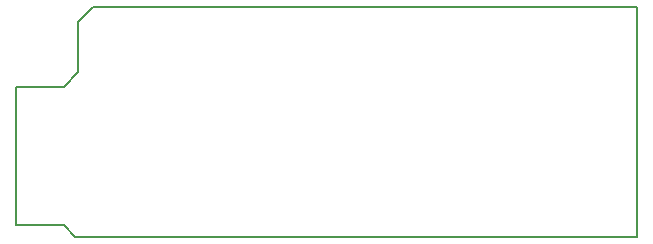
<source format=gm1>
G04 #@! TF.GenerationSoftware,KiCad,Pcbnew,5.0.2-bee76a0~70~ubuntu18.04.1*
G04 #@! TF.CreationDate,2019-03-01T14:38:36+01:00*
G04 #@! TF.ProjectId,skewboards,736b6577-626f-4617-9264-732e6b696361,rev?*
G04 #@! TF.SameCoordinates,Original*
G04 #@! TF.FileFunction,Profile,NP*
%FSLAX46Y46*%
G04 Gerber Fmt 4.6, Leading zero omitted, Abs format (unit mm)*
G04 Created by KiCad (PCBNEW 5.0.2-bee76a0~70~ubuntu18.04.1) date ven. 01 mars 2019 14:38:36 CET*
%MOMM*%
%LPD*%
G01*
G04 APERTURE LIST*
%ADD10C,0.150000*%
G04 APERTURE END LIST*
D10*
X59000000Y-26500000D02*
X105000000Y-26500000D01*
X57750000Y-27750000D02*
X59000000Y-26500000D01*
X57750000Y-32000000D02*
X57750000Y-27750000D01*
X56500000Y-33250000D02*
X57750000Y-32000000D01*
X57500000Y-46000000D02*
X56500000Y-45000000D01*
X57750000Y-46000000D02*
X57500000Y-46000000D01*
X58000000Y-46000000D02*
X57750000Y-46000000D01*
X105000000Y-46000000D02*
X58000000Y-46000000D01*
X105000000Y-26500000D02*
X105000000Y-46000000D01*
X52500000Y-45000000D02*
X56500000Y-45000000D01*
X52500000Y-33250000D02*
X52500000Y-45000000D01*
X56500000Y-33250000D02*
X52500000Y-33250000D01*
M02*

</source>
